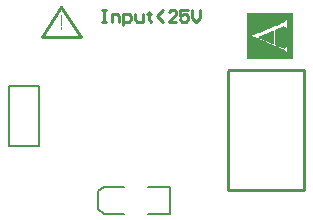
<source format=gto>
%FSLAX23Y23*%
%MOIN*%
G70*
G01*
G75*
%ADD10R,0.118X0.059*%
%ADD11R,0.118X0.039*%
%ADD12R,0.059X0.059*%
%ADD13R,0.031X0.035*%
%ADD14C,0.010*%
%ADD15R,0.059X0.059*%
%ADD16C,0.059*%
%ADD17C,0.050*%
%ADD18C,0.039*%
%ADD19C,0.236*%
%ADD20C,0.008*%
%ADD21C,0.000*%
%ADD22C,0.004*%
D14*
X1000Y230D02*
X1255D01*
X1000D02*
Y625D01*
X1005Y630D01*
X1255D01*
Y230D02*
Y630D01*
X445Y840D02*
X510Y740D01*
X380D02*
X445Y840D01*
X380Y740D02*
X510D01*
X580Y829D02*
X593D01*
X587D01*
Y790D01*
X580D01*
X593D01*
X613D02*
Y816D01*
X632D01*
X639Y810D01*
Y790D01*
X652Y777D02*
Y816D01*
X672D01*
X678Y810D01*
Y797D01*
X672Y790D01*
X652D01*
X692Y816D02*
Y797D01*
X698Y790D01*
X718D01*
Y816D01*
X737Y823D02*
Y816D01*
X731D01*
X744D01*
X737D01*
Y797D01*
X744Y790D01*
X783D02*
X764Y810D01*
X783Y829D01*
X829Y790D02*
X803D01*
X829Y816D01*
Y823D01*
X823Y829D01*
X810D01*
X803Y823D01*
X869Y829D02*
X842D01*
Y810D01*
X856Y816D01*
X862D01*
X869Y810D01*
Y797D01*
X862Y790D01*
X849D01*
X842Y797D01*
X882Y829D02*
Y803D01*
X895Y790D01*
X908Y803D01*
Y829D01*
D20*
X270Y375D02*
X370D01*
X270D02*
Y575D01*
X370D01*
Y375D02*
Y575D01*
X589Y150D02*
X656D01*
X569Y225D02*
X589Y240D01*
X569Y165D02*
X589Y150D01*
Y240D02*
X656D01*
X569Y165D02*
Y225D01*
X809Y150D02*
Y240D01*
X734Y150D02*
X809D01*
X734Y240D02*
X809D01*
D21*
X1063Y670D02*
Y820D01*
X1063Y670D02*
Y820D01*
X1063Y670D02*
Y820D01*
X1064Y670D02*
Y820D01*
X1064Y670D02*
Y820D01*
X1064Y670D02*
Y820D01*
X1064Y670D02*
Y820D01*
X1065Y670D02*
Y820D01*
X1065Y670D02*
Y820D01*
X1065Y670D02*
Y820D01*
X1066Y670D02*
Y820D01*
X1066Y670D02*
Y820D01*
X1066Y670D02*
Y820D01*
X1066Y670D02*
Y820D01*
X1067Y670D02*
Y820D01*
X1067Y670D02*
Y820D01*
X1067Y670D02*
Y820D01*
X1068Y670D02*
Y820D01*
X1068Y670D02*
Y820D01*
X1068Y670D02*
Y820D01*
X1069Y670D02*
Y820D01*
X1069Y670D02*
Y820D01*
X1069Y670D02*
Y820D01*
X1069Y670D02*
Y820D01*
X1070Y670D02*
Y820D01*
X1070Y670D02*
Y820D01*
X1070Y670D02*
Y820D01*
X1071Y670D02*
Y820D01*
X1071Y670D02*
Y820D01*
X1071Y670D02*
Y820D01*
X1072Y670D02*
Y820D01*
X1072Y670D02*
Y820D01*
X1072Y670D02*
Y820D01*
X1072Y670D02*
Y820D01*
X1073Y670D02*
Y820D01*
X1073Y670D02*
Y820D01*
X1073Y670D02*
Y820D01*
X1074Y670D02*
Y820D01*
X1074Y670D02*
Y820D01*
X1074Y670D02*
Y820D01*
X1075Y670D02*
Y820D01*
X1075Y670D02*
Y820D01*
X1075Y670D02*
Y820D01*
X1076Y670D02*
Y820D01*
X1076Y670D02*
Y820D01*
X1076Y670D02*
Y743D01*
Y746D02*
Y820D01*
X1076Y670D02*
Y743D01*
Y746D02*
Y820D01*
X1077Y670D02*
Y745D01*
Y747D02*
Y820D01*
X1077Y670D02*
Y745D01*
Y747D02*
Y820D01*
X1077Y670D02*
Y743D01*
Y747D02*
Y820D01*
X1078Y670D02*
Y743D01*
Y747D02*
Y820D01*
X1078Y670D02*
Y742D01*
Y747D02*
Y820D01*
X1078Y670D02*
Y743D01*
Y746D02*
Y820D01*
X1079Y670D02*
Y743D01*
Y746D02*
Y820D01*
X1079Y670D02*
Y742D01*
Y747D02*
Y820D01*
X1079Y670D02*
Y742D01*
Y747D02*
Y820D01*
X1079Y670D02*
Y741D01*
Y747D02*
Y820D01*
X1080Y670D02*
Y741D01*
Y747D02*
Y820D01*
X1080Y670D02*
Y741D01*
Y747D02*
Y820D01*
X1080Y670D02*
Y741D01*
Y747D02*
Y820D01*
X1081Y670D02*
Y743D01*
Y748D02*
Y820D01*
X1081Y670D02*
Y743D01*
Y748D02*
Y820D01*
X1081Y670D02*
Y741D01*
Y747D02*
Y820D01*
X1082Y670D02*
Y741D01*
Y747D02*
Y820D01*
X1082Y670D02*
Y740D01*
Y748D02*
Y820D01*
X1082Y670D02*
Y740D01*
Y747D02*
Y820D01*
X1082Y670D02*
Y740D01*
Y747D02*
Y820D01*
X1083Y670D02*
Y740D01*
Y749D02*
Y820D01*
X1083Y670D02*
Y740D01*
Y749D02*
Y820D01*
X1083Y670D02*
Y739D01*
Y748D02*
Y820D01*
X1084Y670D02*
Y739D01*
Y748D02*
Y820D01*
X1084Y670D02*
Y740D01*
Y748D02*
Y820D01*
X1084Y670D02*
Y740D01*
Y748D02*
Y820D01*
X1084Y670D02*
Y738D01*
Y749D02*
Y820D01*
X1085Y670D02*
Y738D01*
Y749D02*
Y820D01*
X1085Y670D02*
Y740D01*
Y750D02*
Y820D01*
X1085Y670D02*
Y740D01*
Y750D02*
Y820D01*
X1086Y670D02*
Y738D01*
Y750D02*
Y820D01*
X1086Y670D02*
Y738D01*
Y750D02*
Y820D01*
X1086Y670D02*
Y738D01*
Y750D02*
Y820D01*
X1087Y670D02*
Y738D01*
Y750D02*
Y820D01*
X1087Y670D02*
Y738D01*
Y750D02*
Y820D01*
X1087Y670D02*
Y738D01*
Y750D02*
Y820D01*
X1087Y670D02*
Y738D01*
Y750D02*
Y820D01*
X1088Y670D02*
Y738D01*
Y751D02*
Y820D01*
X1088Y670D02*
Y738D01*
Y751D02*
Y820D01*
X1088Y670D02*
Y737D01*
Y750D02*
Y820D01*
X1089Y670D02*
Y737D01*
Y750D02*
Y820D01*
X1089Y670D02*
Y738D01*
Y751D02*
Y820D01*
X1089Y670D02*
Y738D01*
Y751D02*
Y820D01*
X1090Y670D02*
Y737D01*
Y752D02*
Y820D01*
X1090Y670D02*
Y737D01*
Y752D02*
Y820D01*
X1090Y670D02*
Y736D01*
Y752D02*
Y820D01*
X1090Y670D02*
Y736D01*
Y752D02*
Y820D01*
X1091Y670D02*
Y738D01*
Y752D02*
Y820D01*
X1091Y670D02*
Y736D01*
Y751D02*
Y820D01*
X1091Y670D02*
Y736D01*
Y751D02*
Y820D01*
X1092Y670D02*
Y736D01*
Y752D02*
Y820D01*
X1092Y670D02*
Y736D01*
Y752D02*
Y820D01*
X1092Y670D02*
Y735D01*
Y752D02*
Y820D01*
X1093Y670D02*
Y735D01*
Y752D02*
Y820D01*
X1093Y670D02*
Y735D01*
Y752D02*
Y820D01*
X1093Y670D02*
Y735D01*
Y752D02*
Y820D01*
X1094Y670D02*
Y735D01*
Y753D02*
Y820D01*
X1094Y670D02*
Y735D01*
Y753D02*
Y820D01*
X1094Y670D02*
Y734D01*
Y753D02*
Y820D01*
X1094Y670D02*
Y734D01*
Y753D02*
Y820D01*
X1095Y670D02*
Y736D01*
Y754D02*
Y820D01*
X1095Y670D02*
Y736D01*
Y754D02*
Y820D01*
X1095Y670D02*
Y734D01*
Y754D02*
Y820D01*
X1096Y670D02*
Y734D01*
Y754D02*
Y820D01*
X1096Y670D02*
Y734D01*
Y754D02*
Y820D01*
X1096Y670D02*
Y734D01*
Y754D02*
Y820D01*
X1097Y670D02*
Y734D01*
Y754D02*
Y820D01*
X1097Y670D02*
Y734D01*
Y755D02*
Y820D01*
X1097Y670D02*
Y734D01*
Y755D02*
Y820D01*
X1097Y670D02*
Y734D01*
Y754D02*
Y820D01*
X1098Y670D02*
Y734D01*
Y754D02*
Y820D01*
X1098Y670D02*
Y733D01*
Y754D02*
Y820D01*
X1098Y670D02*
Y733D01*
Y754D02*
Y820D01*
X1099Y670D02*
Y734D01*
Y755D02*
Y820D01*
X1099Y670D02*
Y734D01*
Y755D02*
Y820D01*
X1099Y670D02*
Y733D01*
Y756D02*
Y820D01*
X1099Y670D02*
Y734D01*
Y756D02*
Y820D01*
X1100Y670D02*
Y734D01*
Y756D02*
Y820D01*
X1100Y670D02*
Y732D01*
Y756D02*
Y820D01*
X1100Y670D02*
Y732D01*
Y756D02*
Y820D01*
X1101Y670D02*
Y732D01*
Y756D02*
Y820D01*
X1101Y670D02*
Y732D01*
Y756D02*
Y820D01*
X1101Y670D02*
Y732D01*
Y756D02*
Y820D01*
X1102Y670D02*
Y732D01*
Y756D02*
Y820D01*
X1102Y670D02*
Y731D01*
Y756D02*
Y820D01*
X1102Y670D02*
Y731D01*
Y756D02*
Y820D01*
X1102Y670D02*
Y731D01*
Y757D02*
Y820D01*
X1103Y670D02*
Y731D01*
Y757D02*
Y820D01*
X1103Y670D02*
Y731D01*
Y756D02*
Y820D01*
X1103Y670D02*
Y731D01*
Y756D02*
Y820D01*
X1104Y670D02*
Y731D01*
Y758D02*
Y820D01*
X1104Y670D02*
Y730D01*
Y738D02*
Y741D01*
Y757D02*
Y820D01*
X1104Y670D02*
Y730D01*
Y738D02*
Y741D01*
Y757D02*
Y820D01*
X1105Y670D02*
Y730D01*
Y738D02*
Y741D01*
Y758D02*
Y820D01*
X1105Y670D02*
Y730D01*
Y738D02*
Y741D01*
Y758D02*
Y820D01*
X1105Y670D02*
Y730D01*
Y738D02*
Y740D01*
Y758D02*
Y820D01*
X1105Y670D02*
Y730D01*
Y738D02*
Y740D01*
Y758D02*
Y820D01*
X1106Y670D02*
Y730D01*
Y738D02*
Y741D01*
Y758D02*
Y820D01*
X1106Y670D02*
Y730D01*
Y738D02*
Y741D01*
Y758D02*
Y820D01*
X1106Y670D02*
Y730D01*
Y736D02*
Y740D01*
Y759D02*
Y820D01*
X1107Y670D02*
Y730D01*
Y736D02*
Y740D01*
Y759D02*
Y820D01*
X1107Y670D02*
Y730D01*
Y738D02*
Y742D01*
Y756D02*
Y820D01*
X1107Y670D02*
Y730D01*
Y738D02*
Y742D01*
Y756D02*
Y820D01*
X1108Y670D02*
Y729D01*
Y736D02*
Y741D01*
Y759D02*
Y820D01*
X1108Y670D02*
Y729D01*
Y736D02*
Y741D01*
Y759D02*
Y820D01*
X1108Y670D02*
Y730D01*
Y737D02*
Y741D01*
Y759D02*
Y820D01*
X1109Y670D02*
Y729D01*
Y735D02*
Y742D01*
Y759D02*
Y820D01*
X1109Y670D02*
Y729D01*
Y735D02*
Y742D01*
Y759D02*
Y820D01*
X1109Y670D02*
Y730D01*
Y735D02*
Y741D01*
Y759D02*
Y820D01*
X1109Y670D02*
Y730D01*
Y735D02*
Y741D01*
Y759D02*
Y820D01*
X1110Y670D02*
Y730D01*
Y736D02*
Y742D01*
Y760D02*
Y820D01*
X1110Y670D02*
Y730D01*
Y736D02*
Y742D01*
Y760D02*
Y820D01*
X1110Y670D02*
Y728D01*
Y734D02*
Y743D01*
Y760D02*
Y820D01*
X1111Y670D02*
Y728D01*
Y734D02*
Y743D01*
Y760D02*
Y820D01*
X1111Y670D02*
Y729D01*
Y736D02*
Y743D01*
Y760D02*
Y820D01*
X1111Y670D02*
Y729D01*
Y736D02*
Y743D01*
Y760D02*
Y820D01*
X1112Y670D02*
Y727D01*
Y734D02*
Y743D01*
Y760D02*
Y820D01*
X1112Y670D02*
Y727D01*
Y734D02*
Y743D01*
Y760D02*
Y820D01*
X1112Y670D02*
Y727D01*
Y735D02*
Y743D01*
Y761D02*
Y820D01*
X1112Y670D02*
Y727D01*
Y735D02*
Y743D01*
Y761D02*
Y820D01*
X1113Y670D02*
Y727D01*
Y734D02*
Y743D01*
Y761D02*
Y820D01*
X1113Y670D02*
Y726D01*
Y734D02*
Y743D01*
Y760D02*
Y820D01*
X1113Y670D02*
Y726D01*
Y734D02*
Y743D01*
Y760D02*
Y820D01*
X1114Y670D02*
Y727D01*
Y734D02*
Y743D01*
Y761D02*
Y820D01*
X1114Y670D02*
Y727D01*
Y734D02*
Y743D01*
Y761D02*
Y820D01*
X1114Y670D02*
Y726D01*
Y734D02*
Y744D01*
Y762D02*
Y820D01*
X1115Y670D02*
Y726D01*
Y734D02*
Y744D01*
Y762D02*
Y820D01*
X1115Y670D02*
Y726D01*
Y734D02*
Y744D01*
Y762D02*
Y820D01*
X1115Y670D02*
Y726D01*
Y734D02*
Y744D01*
Y762D02*
Y820D01*
X1115Y670D02*
Y725D01*
Y734D02*
Y745D01*
Y761D02*
Y820D01*
X1116Y670D02*
Y725D01*
Y734D02*
Y745D01*
Y761D02*
Y820D01*
X1116Y670D02*
Y725D01*
Y733D02*
Y744D01*
Y762D02*
Y820D01*
X1116Y670D02*
Y725D01*
Y733D02*
Y744D01*
Y762D02*
Y820D01*
X1117Y670D02*
Y725D01*
Y734D02*
Y745D01*
Y761D02*
Y820D01*
X1117Y670D02*
Y725D01*
Y733D02*
Y745D01*
Y763D02*
Y820D01*
X1117Y670D02*
Y725D01*
Y733D02*
Y745D01*
Y763D02*
Y820D01*
X1117Y670D02*
Y725D01*
Y733D02*
Y746D01*
Y763D02*
Y820D01*
X1118Y670D02*
Y725D01*
Y733D02*
Y746D01*
Y763D02*
Y820D01*
X1118Y670D02*
Y725D01*
Y732D02*
Y745D01*
Y763D02*
Y820D01*
X1118Y670D02*
Y725D01*
Y732D02*
Y745D01*
Y763D02*
Y820D01*
X1119Y670D02*
Y725D01*
Y732D02*
Y745D01*
Y763D02*
Y820D01*
X1119Y670D02*
Y725D01*
Y732D02*
Y745D01*
Y763D02*
Y820D01*
X1119Y670D02*
Y725D01*
Y731D02*
Y746D01*
Y763D02*
Y820D01*
X1120Y670D02*
Y725D01*
Y731D02*
Y746D01*
Y763D02*
Y820D01*
X1120Y670D02*
Y723D01*
Y732D02*
Y747D01*
Y764D02*
Y820D01*
X1120Y670D02*
Y723D01*
Y732D02*
Y747D01*
Y764D02*
Y820D01*
X1120Y670D02*
Y725D01*
Y731D02*
Y747D01*
Y765D02*
Y820D01*
X1121Y670D02*
Y725D01*
Y731D02*
Y747D01*
Y765D02*
Y820D01*
X1121Y670D02*
Y723D01*
Y731D02*
Y747D01*
Y765D02*
Y820D01*
X1121Y670D02*
Y723D01*
Y730D02*
Y747D01*
Y765D02*
Y820D01*
X1122Y670D02*
Y723D01*
Y730D02*
Y747D01*
Y765D02*
Y820D01*
X1122Y670D02*
Y722D01*
Y731D02*
Y747D01*
Y765D02*
Y820D01*
X1122Y670D02*
Y722D01*
Y731D02*
Y747D01*
Y765D02*
Y820D01*
X1123Y670D02*
Y724D01*
Y730D02*
Y747D01*
Y765D02*
Y820D01*
X1123Y670D02*
Y724D01*
Y730D02*
Y747D01*
Y765D02*
Y820D01*
X1123Y670D02*
Y722D01*
Y730D02*
Y748D01*
Y764D02*
Y820D01*
X1123Y670D02*
Y722D01*
Y730D02*
Y748D01*
Y764D02*
Y820D01*
X1124Y670D02*
Y722D01*
Y730D02*
Y747D01*
Y765D02*
Y820D01*
X1124Y670D02*
Y722D01*
Y730D02*
Y747D01*
Y765D02*
Y820D01*
X1124Y670D02*
Y722D01*
Y730D02*
Y748D01*
Y766D02*
Y820D01*
X1125Y670D02*
Y722D01*
Y730D02*
Y748D01*
Y766D02*
Y820D01*
X1125Y670D02*
Y721D01*
Y729D02*
Y748D01*
Y765D02*
Y820D01*
X1125Y670D02*
Y721D01*
Y729D02*
Y748D01*
Y765D02*
Y820D01*
X1126Y670D02*
Y722D01*
Y729D02*
Y748D01*
Y766D02*
Y820D01*
X1126Y670D02*
Y721D01*
Y730D02*
Y749D01*
Y767D02*
Y820D01*
X1126Y670D02*
Y721D01*
Y730D02*
Y749D01*
Y767D02*
Y820D01*
X1127Y670D02*
Y721D01*
Y729D02*
Y749D01*
Y767D02*
Y820D01*
X1127Y670D02*
Y721D01*
Y729D02*
Y749D01*
Y767D02*
Y820D01*
X1127Y670D02*
Y721D01*
Y729D02*
Y750D01*
Y765D02*
Y820D01*
X1127Y670D02*
Y721D01*
Y729D02*
Y750D01*
Y765D02*
Y820D01*
X1128Y670D02*
Y721D01*
Y728D02*
Y750D01*
Y767D02*
Y820D01*
X1128Y670D02*
Y721D01*
Y728D02*
Y750D01*
Y767D02*
Y820D01*
X1128Y670D02*
Y720D01*
Y729D02*
Y749D01*
Y768D02*
Y820D01*
X1129Y670D02*
Y720D01*
Y729D02*
Y749D01*
Y768D02*
Y820D01*
X1129Y670D02*
Y720D01*
Y728D02*
Y750D01*
Y767D02*
Y820D01*
X1129Y670D02*
Y720D01*
Y728D02*
Y750D01*
Y767D02*
Y820D01*
X1130Y670D02*
Y720D01*
Y728D02*
Y750D01*
Y768D02*
Y820D01*
X1130Y670D02*
Y720D01*
Y728D02*
Y750D01*
Y768D02*
Y820D01*
X1130Y670D02*
Y719D01*
Y728D02*
Y750D01*
Y767D02*
Y820D01*
X1130Y670D02*
Y720D01*
Y727D02*
Y752D01*
Y768D02*
Y820D01*
X1131Y670D02*
Y720D01*
Y727D02*
Y752D01*
Y768D02*
Y820D01*
X1131Y670D02*
Y719D01*
Y727D02*
Y751D01*
Y769D02*
Y820D01*
X1131Y670D02*
Y719D01*
Y727D02*
Y751D01*
Y769D02*
Y820D01*
X1132Y670D02*
Y720D01*
Y725D02*
Y752D01*
Y768D02*
Y820D01*
X1132Y670D02*
Y720D01*
Y725D02*
Y752D01*
Y768D02*
Y820D01*
X1132Y670D02*
Y718D01*
Y726D02*
Y751D01*
Y769D02*
Y820D01*
X1133Y670D02*
Y718D01*
Y726D02*
Y751D01*
Y769D02*
Y820D01*
X1133Y670D02*
Y718D01*
Y726D02*
Y752D01*
Y769D02*
Y820D01*
X1133Y670D02*
Y718D01*
Y726D02*
Y752D01*
Y769D02*
Y820D01*
X1133Y670D02*
Y718D01*
Y725D02*
Y752D01*
Y769D02*
Y820D01*
X1134Y670D02*
Y718D01*
Y725D02*
Y752D01*
Y769D02*
Y820D01*
X1134Y670D02*
Y717D01*
Y726D02*
Y752D01*
Y769D02*
Y820D01*
X1134Y670D02*
Y718D01*
Y725D02*
Y752D01*
Y770D02*
Y820D01*
X1135Y670D02*
Y718D01*
Y725D02*
Y752D01*
Y770D02*
Y820D01*
X1135Y670D02*
Y717D01*
Y725D02*
Y752D01*
Y771D02*
Y820D01*
X1135Y670D02*
Y717D01*
Y725D02*
Y752D01*
Y771D02*
Y820D01*
X1135Y670D02*
Y718D01*
Y725D02*
Y752D01*
Y771D02*
Y820D01*
X1136Y670D02*
Y718D01*
Y725D02*
Y752D01*
Y771D02*
Y820D01*
X1136Y670D02*
Y716D01*
Y725D02*
Y752D01*
Y771D02*
Y820D01*
X1136Y670D02*
Y716D01*
Y725D02*
Y752D01*
Y771D02*
Y820D01*
X1137Y670D02*
Y716D01*
Y725D02*
Y753D01*
Y770D02*
Y820D01*
X1137Y670D02*
Y716D01*
Y725D02*
Y753D01*
Y770D02*
Y820D01*
X1137Y670D02*
Y716D01*
Y724D02*
Y753D01*
Y770D02*
Y820D01*
X1138Y670D02*
Y716D01*
Y724D02*
Y753D01*
Y770D02*
Y820D01*
X1138Y670D02*
Y716D01*
Y722D02*
Y754D01*
Y772D02*
Y820D01*
X1138Y670D02*
Y716D01*
Y722D02*
Y754D01*
Y772D02*
Y820D01*
X1138Y670D02*
Y716D01*
Y724D02*
Y754D01*
Y771D02*
Y820D01*
X1139Y670D02*
Y716D01*
Y722D02*
Y754D01*
Y772D02*
Y820D01*
X1139Y670D02*
Y716D01*
Y722D02*
Y754D01*
Y772D02*
Y820D01*
X1139Y670D02*
Y716D01*
Y723D02*
Y754D01*
Y772D02*
Y820D01*
X1140Y670D02*
Y716D01*
Y723D02*
Y754D01*
Y772D02*
Y820D01*
X1140Y670D02*
Y715D01*
Y722D02*
Y754D01*
Y772D02*
Y820D01*
X1140Y670D02*
Y715D01*
Y722D02*
Y754D01*
Y772D02*
Y820D01*
X1141Y670D02*
Y714D01*
Y722D02*
Y755D01*
Y773D02*
Y820D01*
X1141Y670D02*
Y714D01*
Y722D02*
Y755D01*
Y773D02*
Y820D01*
X1141Y670D02*
Y716D01*
Y723D02*
Y756D01*
Y773D02*
Y820D01*
X1141Y670D02*
Y716D01*
Y723D02*
Y756D01*
Y773D02*
Y820D01*
X1142Y670D02*
Y714D01*
Y722D02*
Y756D01*
Y774D02*
Y820D01*
X1142Y670D02*
Y714D01*
Y722D02*
Y756D01*
Y774D02*
Y820D01*
X1142Y670D02*
Y715D01*
Y721D02*
Y756D01*
Y773D02*
Y820D01*
X1143Y670D02*
Y715D01*
Y721D02*
Y756D01*
Y773D02*
Y820D01*
X1143Y670D02*
Y714D01*
Y722D02*
Y756D01*
Y774D02*
Y820D01*
X1143Y670D02*
Y715D01*
Y722D02*
Y757D01*
Y774D02*
Y820D01*
X1144Y670D02*
Y715D01*
Y722D02*
Y757D01*
Y774D02*
Y820D01*
X1144Y670D02*
Y713D01*
Y721D02*
Y756D01*
Y773D02*
Y820D01*
X1144Y670D02*
Y713D01*
Y721D02*
Y756D01*
Y773D02*
Y820D01*
X1145Y670D02*
Y713D01*
Y720D02*
Y756D01*
Y774D02*
Y820D01*
X1145Y670D02*
Y713D01*
Y720D02*
Y756D01*
Y774D02*
Y820D01*
X1145Y670D02*
Y713D01*
Y721D02*
Y757D01*
Y774D02*
Y820D01*
X1145Y670D02*
Y713D01*
Y721D02*
Y757D01*
Y774D02*
Y820D01*
X1146Y670D02*
Y713D01*
Y720D02*
Y756D01*
Y774D02*
Y820D01*
X1146Y670D02*
Y713D01*
Y720D02*
Y756D01*
Y774D02*
Y820D01*
X1146Y670D02*
Y713D01*
Y721D02*
Y757D01*
Y774D02*
Y820D01*
X1147Y670D02*
Y713D01*
Y721D02*
Y757D01*
Y774D02*
Y820D01*
X1147Y670D02*
Y712D01*
Y720D02*
Y758D01*
Y775D02*
Y820D01*
X1147Y670D02*
Y712D01*
Y720D02*
Y758D01*
Y776D02*
Y820D01*
X1148Y670D02*
Y712D01*
Y720D02*
Y758D01*
Y776D02*
Y820D01*
X1148Y670D02*
Y712D01*
Y719D02*
Y758D01*
Y776D02*
Y820D01*
X1148Y670D02*
Y712D01*
Y719D02*
Y758D01*
Y776D02*
Y820D01*
X1148Y670D02*
Y711D01*
Y720D02*
Y758D01*
Y776D02*
Y820D01*
X1149Y670D02*
Y711D01*
Y720D02*
Y758D01*
Y776D02*
Y820D01*
X1149Y670D02*
Y712D01*
Y720D02*
Y758D01*
Y776D02*
Y820D01*
X1149Y670D02*
Y712D01*
Y720D02*
Y758D01*
Y776D02*
Y820D01*
X1150Y670D02*
Y711D01*
Y719D02*
Y759D01*
Y776D02*
Y820D01*
X1150Y670D02*
Y711D01*
Y719D02*
Y759D01*
Y776D02*
Y820D01*
X1150Y670D02*
Y711D01*
Y777D02*
Y820D01*
X1151Y670D02*
Y711D01*
Y777D02*
Y820D01*
X1151Y670D02*
Y711D01*
Y777D02*
Y820D01*
X1151Y670D02*
Y711D01*
Y777D02*
Y820D01*
X1151Y670D02*
Y711D01*
Y777D02*
Y820D01*
X1152Y670D02*
Y710D01*
Y777D02*
Y820D01*
X1152Y670D02*
Y710D01*
Y777D02*
Y820D01*
X1152Y670D02*
Y710D01*
Y778D02*
Y820D01*
X1153Y670D02*
Y710D01*
Y778D02*
Y820D01*
X1153Y670D02*
Y709D01*
Y778D02*
Y820D01*
X1153Y670D02*
Y709D01*
Y778D02*
Y820D01*
X1153Y670D02*
Y710D01*
Y777D02*
Y820D01*
X1154Y670D02*
Y710D01*
Y777D02*
Y820D01*
X1154Y670D02*
Y709D01*
Y778D02*
Y820D01*
X1154Y670D02*
Y709D01*
Y778D02*
Y820D01*
X1155Y670D02*
Y710D01*
Y778D02*
Y820D01*
X1155Y670D02*
Y710D01*
Y778D02*
Y820D01*
X1155Y670D02*
Y708D01*
Y779D02*
Y820D01*
X1156Y670D02*
Y708D01*
Y779D02*
Y820D01*
X1156Y670D02*
Y709D01*
Y778D02*
Y820D01*
X1156Y670D02*
Y709D01*
Y779D02*
Y820D01*
X1156Y670D02*
Y709D01*
Y779D02*
Y820D01*
X1157Y670D02*
Y707D01*
Y779D02*
Y820D01*
X1157Y670D02*
Y707D01*
Y779D02*
Y820D01*
X1157Y670D02*
Y709D01*
Y780D02*
Y820D01*
X1158Y670D02*
Y709D01*
Y780D02*
Y820D01*
X1158Y670D02*
Y707D01*
Y780D02*
Y820D01*
X1158Y670D02*
Y707D01*
Y780D02*
Y820D01*
X1159Y670D02*
Y709D01*
Y715D02*
Y763D01*
Y780D02*
Y820D01*
X1159Y670D02*
Y709D01*
Y715D02*
Y763D01*
Y780D02*
Y820D01*
X1159Y670D02*
Y707D01*
Y714D02*
Y763D01*
Y781D02*
Y820D01*
X1160Y670D02*
Y707D01*
Y714D02*
Y763D01*
Y781D02*
Y820D01*
X1160Y670D02*
Y707D01*
Y715D02*
Y764D01*
Y781D02*
Y820D01*
X1160Y670D02*
Y707D01*
Y715D02*
Y764D01*
Y781D02*
Y820D01*
X1160Y670D02*
Y706D01*
Y714D02*
Y763D01*
Y778D02*
Y820D01*
X1161Y670D02*
Y706D01*
Y713D02*
Y763D01*
Y763D02*
Y765D01*
Y781D02*
Y820D01*
X1161Y670D02*
Y706D01*
Y713D02*
Y763D01*
Y763D02*
Y765D01*
Y781D02*
Y820D01*
X1161Y670D02*
Y706D01*
Y714D02*
Y763D01*
Y781D02*
Y820D01*
X1162Y670D02*
Y706D01*
Y714D02*
Y763D01*
Y781D02*
Y820D01*
X1162Y670D02*
Y705D01*
Y713D02*
Y763D01*
Y782D02*
Y820D01*
X1162Y670D02*
Y705D01*
Y713D02*
Y763D01*
Y782D02*
Y820D01*
X1163Y670D02*
Y706D01*
Y714D02*
Y764D01*
Y782D02*
Y820D01*
X1163Y670D02*
Y706D01*
Y714D02*
Y764D01*
Y782D02*
Y820D01*
X1163Y670D02*
Y705D01*
Y713D02*
Y765D01*
Y782D02*
Y820D01*
X1163Y670D02*
Y705D01*
Y713D02*
Y765D01*
Y782D02*
Y820D01*
X1164Y670D02*
Y704D01*
Y713D02*
Y764D01*
Y780D02*
Y820D01*
X1164Y670D02*
Y704D01*
Y713D02*
Y764D01*
Y780D02*
Y820D01*
X1164Y670D02*
Y704D01*
Y713D02*
Y765D01*
Y782D02*
Y820D01*
X1165Y670D02*
Y707D01*
Y712D02*
Y765D01*
Y783D02*
Y820D01*
X1165Y670D02*
Y707D01*
Y712D02*
Y765D01*
Y783D02*
Y820D01*
X1165Y670D02*
Y704D01*
Y712D02*
Y765D01*
Y783D02*
Y820D01*
X1166Y670D02*
Y704D01*
Y712D02*
Y765D01*
Y783D02*
Y820D01*
X1166Y670D02*
Y704D01*
Y711D02*
Y765D01*
Y783D02*
Y820D01*
X1166Y670D02*
Y704D01*
Y711D02*
Y765D01*
Y783D02*
Y820D01*
X1166Y670D02*
Y703D01*
Y712D02*
Y765D01*
Y783D02*
Y820D01*
X1167Y670D02*
Y703D01*
Y712D02*
Y765D01*
Y783D02*
Y820D01*
X1167Y670D02*
Y703D01*
Y711D02*
Y765D01*
Y783D02*
Y820D01*
X1167Y670D02*
Y703D01*
Y711D02*
Y765D01*
Y783D02*
Y820D01*
X1168Y670D02*
Y703D01*
Y712D02*
Y766D01*
Y783D02*
Y820D01*
X1168Y670D02*
Y703D01*
Y712D02*
Y766D01*
Y783D02*
Y820D01*
X1168Y670D02*
Y705D01*
Y711D02*
Y767D01*
Y784D02*
Y820D01*
X1168Y670D02*
Y705D01*
Y711D02*
Y767D01*
Y784D02*
Y820D01*
X1169Y670D02*
Y703D01*
Y711D02*
Y767D01*
Y784D02*
Y820D01*
X1169Y670D02*
Y703D01*
Y710D02*
Y767D01*
Y783D02*
Y820D01*
X1169Y670D02*
Y703D01*
Y710D02*
Y767D01*
Y783D02*
Y820D01*
X1170Y670D02*
Y702D01*
Y711D02*
Y767D01*
Y785D02*
Y820D01*
X1170Y670D02*
Y702D01*
Y711D02*
Y767D01*
Y785D02*
Y820D01*
X1170Y670D02*
Y701D01*
Y710D02*
Y767D01*
Y783D02*
Y820D01*
X1171Y670D02*
Y701D01*
Y710D02*
Y767D01*
Y783D02*
Y820D01*
X1171Y670D02*
Y701D01*
Y709D02*
Y768D01*
Y785D02*
Y820D01*
X1171Y670D02*
Y701D01*
Y709D02*
Y768D01*
Y785D02*
Y820D01*
X1171Y670D02*
Y703D01*
Y709D02*
Y767D01*
Y785D02*
Y820D01*
X1172Y670D02*
Y703D01*
Y709D02*
Y767D01*
Y785D02*
Y820D01*
X1172Y670D02*
Y701D01*
Y708D02*
Y769D01*
Y786D02*
Y820D01*
X1172Y670D02*
Y701D01*
Y708D02*
Y769D01*
Y786D02*
Y820D01*
X1173Y670D02*
Y701D01*
Y709D02*
Y768D01*
Y785D02*
Y820D01*
X1173Y670D02*
Y701D01*
Y709D02*
Y768D01*
Y785D02*
Y820D01*
X1173Y670D02*
Y700D01*
Y708D02*
Y768D01*
Y786D02*
Y820D01*
X1174Y670D02*
Y702D01*
Y709D02*
Y769D01*
Y786D02*
Y820D01*
X1174Y670D02*
Y702D01*
Y709D02*
Y769D01*
Y786D02*
Y820D01*
X1174Y670D02*
Y700D01*
Y707D02*
Y769D01*
Y787D02*
Y820D01*
X1174Y670D02*
Y700D01*
Y707D02*
Y769D01*
Y787D02*
Y820D01*
X1175Y670D02*
Y700D01*
Y708D02*
Y769D01*
Y787D02*
Y820D01*
X1175Y670D02*
Y700D01*
Y708D02*
Y769D01*
Y787D02*
Y820D01*
X1175Y670D02*
Y699D01*
Y707D02*
Y769D01*
Y786D02*
Y820D01*
X1176Y670D02*
Y699D01*
Y707D02*
Y769D01*
Y786D02*
Y820D01*
X1176Y670D02*
Y699D01*
Y707D02*
Y769D01*
Y787D02*
Y820D01*
X1176Y670D02*
Y699D01*
Y707D02*
Y769D01*
Y787D02*
Y820D01*
X1177Y670D02*
Y700D01*
Y707D02*
Y769D01*
Y787D02*
Y820D01*
X1177Y670D02*
Y700D01*
Y707D02*
Y769D01*
Y787D02*
Y820D01*
X1177Y670D02*
Y699D01*
Y707D02*
Y769D01*
Y788D02*
Y820D01*
X1178Y670D02*
Y699D01*
Y707D02*
Y769D01*
Y788D02*
Y820D01*
X1178Y670D02*
Y700D01*
Y707D02*
Y771D01*
Y788D02*
Y820D01*
X1178Y670D02*
Y699D01*
Y707D02*
Y770D01*
Y789D02*
Y820D01*
X1178Y670D02*
Y699D01*
Y707D02*
Y770D01*
Y789D02*
Y820D01*
X1179Y670D02*
Y699D01*
Y706D02*
Y771D01*
Y789D02*
Y820D01*
X1179Y670D02*
Y699D01*
Y706D02*
Y771D01*
Y789D02*
Y820D01*
X1179Y670D02*
Y698D01*
Y706D02*
Y772D01*
Y789D02*
Y820D01*
X1180Y670D02*
Y698D01*
Y706D02*
Y772D01*
Y789D02*
Y820D01*
X1180Y670D02*
Y698D01*
Y707D02*
Y771D01*
Y787D02*
Y820D01*
X1180Y670D02*
Y698D01*
Y707D02*
Y771D01*
Y787D02*
Y820D01*
X1181Y670D02*
Y698D01*
Y705D02*
Y771D01*
Y789D02*
Y820D01*
X1181Y670D02*
Y698D01*
Y705D02*
Y771D01*
Y789D02*
Y820D01*
X1181Y670D02*
Y697D01*
Y705D02*
Y772D01*
Y790D02*
Y820D01*
X1181Y670D02*
Y697D01*
Y705D02*
Y772D01*
Y790D02*
Y820D01*
X1182Y670D02*
Y698D01*
Y704D02*
Y771D01*
Y790D02*
Y820D01*
X1182Y670D02*
Y698D01*
Y705D02*
Y772D01*
Y790D02*
Y820D01*
X1182Y670D02*
Y698D01*
Y705D02*
Y772D01*
Y790D02*
Y820D01*
X1183Y670D02*
Y696D01*
Y705D02*
Y772D01*
Y791D02*
Y820D01*
X1183Y670D02*
Y696D01*
Y705D02*
Y772D01*
Y791D02*
Y820D01*
X1183Y670D02*
Y697D01*
Y705D02*
Y772D01*
Y791D02*
Y820D01*
X1184Y670D02*
Y697D01*
Y705D02*
Y772D01*
Y791D02*
Y820D01*
X1184Y670D02*
Y696D01*
Y704D02*
Y772D01*
Y790D02*
Y820D01*
X1184Y670D02*
Y696D01*
Y704D02*
Y772D01*
Y790D02*
Y820D01*
X1184Y670D02*
Y695D01*
Y704D02*
Y773D01*
Y791D02*
Y820D01*
X1185Y670D02*
Y695D01*
Y704D02*
Y773D01*
Y791D02*
Y820D01*
X1185Y670D02*
Y696D01*
Y705D02*
Y772D01*
Y790D02*
Y820D01*
X1185Y670D02*
Y696D01*
Y705D02*
Y772D01*
Y790D02*
Y820D01*
X1186Y670D02*
Y695D01*
Y704D02*
Y774D01*
Y791D02*
Y820D01*
X1186Y670D02*
Y695D01*
Y704D02*
Y774D01*
Y791D02*
Y820D01*
X1186Y670D02*
Y695D01*
Y705D02*
Y772D01*
Y792D02*
Y820D01*
X1186Y670D02*
Y694D01*
Y704D02*
Y773D01*
Y793D02*
Y820D01*
X1187Y670D02*
Y694D01*
Y704D02*
Y773D01*
Y793D02*
Y820D01*
X1187Y670D02*
Y694D01*
Y703D02*
Y772D01*
Y792D02*
Y820D01*
X1187Y670D02*
Y694D01*
Y703D02*
Y772D01*
Y792D02*
Y820D01*
X1188Y670D02*
Y694D01*
Y704D02*
Y772D01*
Y794D02*
Y820D01*
X1188Y670D02*
Y694D01*
Y704D02*
Y772D01*
Y794D02*
Y820D01*
X1188Y670D02*
Y693D01*
Y705D02*
Y772D01*
Y794D02*
Y820D01*
X1189Y670D02*
Y693D01*
Y705D02*
Y772D01*
Y794D02*
Y820D01*
X1189Y670D02*
Y694D01*
Y704D02*
Y772D01*
Y794D02*
Y820D01*
X1189Y670D02*
Y694D01*
Y704D02*
Y772D01*
Y794D02*
Y820D01*
X1189Y670D02*
Y692D01*
Y704D02*
Y772D01*
Y794D02*
Y820D01*
X1190Y670D02*
Y692D01*
Y704D02*
Y772D01*
Y794D02*
Y820D01*
X1190Y670D02*
Y692D01*
Y705D02*
Y773D01*
Y795D02*
Y820D01*
X1190Y670D02*
Y692D01*
Y705D02*
Y773D01*
Y795D02*
Y820D01*
X1191Y670D02*
Y691D01*
Y705D02*
Y772D01*
Y795D02*
Y820D01*
X1191Y670D02*
Y691D01*
Y705D02*
Y771D01*
Y796D02*
Y820D01*
X1191Y670D02*
Y691D01*
Y705D02*
Y771D01*
Y796D02*
Y820D01*
X1192Y670D02*
Y691D01*
Y706D02*
Y772D01*
Y798D02*
Y820D01*
X1192Y670D02*
Y691D01*
Y706D02*
Y772D01*
Y798D02*
Y820D01*
X1192Y670D02*
Y689D01*
Y707D02*
Y771D01*
Y798D02*
Y820D01*
X1192Y670D02*
Y689D01*
Y707D02*
Y771D01*
Y798D02*
Y820D01*
X1193Y670D02*
Y689D01*
Y707D02*
Y769D01*
Y799D02*
Y820D01*
X1193Y670D02*
Y689D01*
Y707D02*
Y769D01*
Y799D02*
Y820D01*
X1193Y670D02*
Y687D01*
Y708D02*
Y769D01*
Y799D02*
Y820D01*
X1194Y670D02*
Y687D01*
Y708D02*
Y769D01*
Y799D02*
Y820D01*
X1194Y670D02*
Y686D01*
Y711D02*
Y767D01*
Y800D02*
Y820D01*
X1194Y670D02*
Y686D01*
Y711D02*
Y767D01*
Y800D02*
Y820D01*
X1195Y670D02*
Y683D01*
Y713D02*
Y766D01*
Y804D02*
Y820D01*
X1195Y670D02*
Y683D01*
Y713D02*
Y766D01*
Y804D02*
Y820D01*
X1195Y670D02*
Y681D01*
Y718D02*
Y760D01*
Y805D02*
Y806D01*
Y807D02*
Y820D01*
X1196Y670D02*
Y682D01*
Y717D02*
Y760D01*
Y805D02*
Y806D01*
Y807D02*
Y820D01*
X1196Y670D02*
Y682D01*
Y717D02*
Y760D01*
Y805D02*
Y806D01*
Y807D02*
Y820D01*
X1196Y670D02*
Y681D01*
Y718D02*
Y760D01*
Y808D02*
Y820D01*
X1196Y670D02*
Y681D01*
Y718D02*
Y760D01*
Y808D02*
Y820D01*
X1197Y670D02*
Y681D01*
Y718D02*
Y760D01*
Y806D02*
Y820D01*
X1197Y670D02*
Y681D01*
Y718D02*
Y760D01*
Y806D02*
Y820D01*
X1197Y670D02*
Y681D01*
Y683D02*
Y716D01*
Y718D02*
Y806D01*
Y807D02*
Y820D01*
X1198Y670D02*
Y681D01*
Y683D02*
Y716D01*
Y718D02*
Y806D01*
Y807D02*
Y820D01*
X1198Y670D02*
Y820D01*
X1198Y670D02*
Y820D01*
X1199Y670D02*
Y820D01*
X1199Y670D02*
Y820D01*
X1199Y670D02*
Y820D01*
X1199Y670D02*
Y820D01*
X1200Y670D02*
Y820D01*
X1200Y670D02*
Y820D01*
X1200Y670D02*
Y820D01*
X1201Y670D02*
Y820D01*
X1201Y670D02*
Y820D01*
X1201Y670D02*
Y820D01*
X1202Y670D02*
Y820D01*
X1202Y670D02*
Y820D01*
X1202Y670D02*
Y820D01*
X1202Y670D02*
Y820D01*
X1203Y670D02*
Y820D01*
X1203Y670D02*
Y820D01*
X1203Y670D02*
Y820D01*
X1204Y670D02*
Y820D01*
X1204Y670D02*
Y820D01*
X1204Y670D02*
Y820D01*
X1204Y670D02*
Y820D01*
X1205Y670D02*
Y820D01*
X1205Y670D02*
Y820D01*
X1205Y670D02*
Y820D01*
X1206Y670D02*
Y820D01*
X1206Y670D02*
Y820D01*
X1206Y670D02*
Y820D01*
X1207Y670D02*
Y820D01*
X1207Y670D02*
Y820D01*
X1207Y670D02*
Y820D01*
X1207Y670D02*
Y820D01*
X1208Y670D02*
Y820D01*
X1208Y670D02*
Y820D01*
X1208Y670D02*
Y820D01*
X1209Y670D02*
Y820D01*
X1209Y670D02*
Y820D01*
X1209Y670D02*
Y820D01*
X1210Y670D02*
Y820D01*
X1210Y670D02*
Y820D01*
X1210Y670D02*
Y820D01*
X1211Y670D02*
Y820D01*
X1211Y670D02*
Y820D01*
X1211Y670D02*
Y820D01*
X1211Y670D02*
Y820D01*
X1212Y670D02*
Y820D01*
X1212Y670D02*
Y820D01*
X1212Y670D02*
Y820D01*
X1213Y670D02*
Y820D01*
X1213Y670D02*
Y820D01*
X1213Y670D02*
Y820D01*
X1214Y670D02*
Y820D01*
X1214Y670D02*
Y820D01*
X1214Y670D02*
Y820D01*
X1214Y670D02*
Y820D01*
D22*
X445Y778D02*
Y811D01*
Y772D02*
Y765D01*
M02*

</source>
